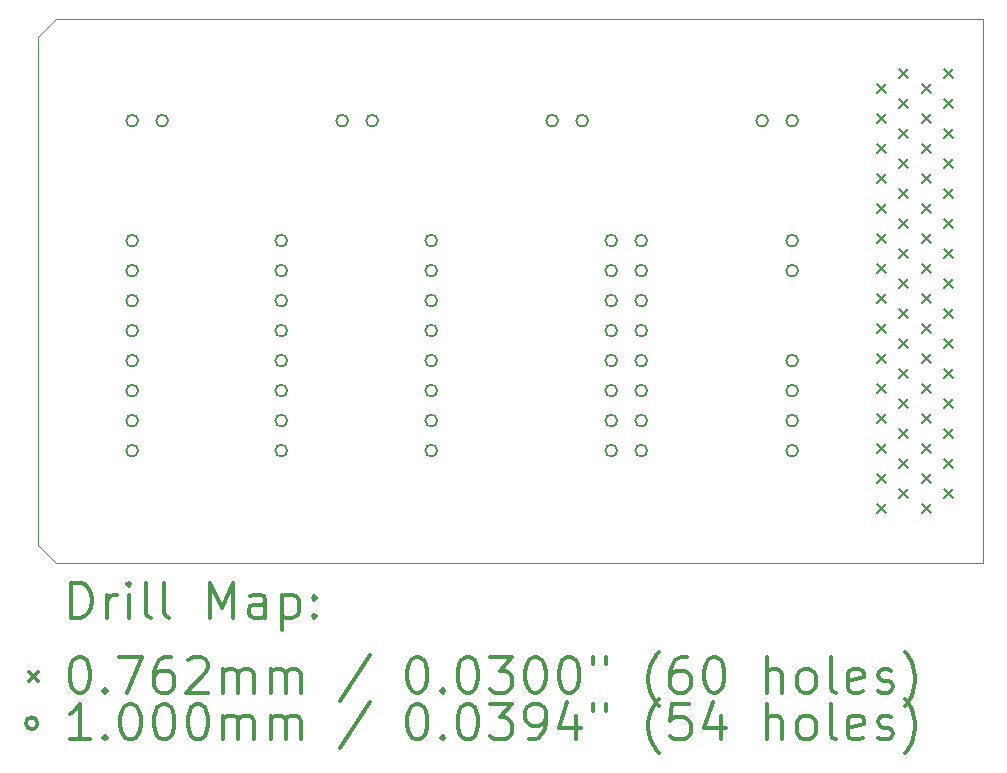
<source format=gbr>
%FSLAX45Y45*%
G04 Gerber Fmt 4.5, Leading zero omitted, Abs format (unit mm)*
G04 Created by KiCad (PCBNEW 5.1.10-88a1d61d58~88~ubuntu20.10.1) date 2021-05-13 17:52:19*
%MOMM*%
%LPD*%
G01*
G04 APERTURE LIST*
%TA.AperFunction,Profile*%
%ADD10C,0.100000*%
%TD*%
%ADD11C,0.200000*%
%ADD12C,0.300000*%
G04 APERTURE END LIST*
D10*
X6316000Y-8164000D02*
X6466000Y-8314000D01*
X6316000Y-3864000D02*
X6466000Y-3714000D01*
X14316000Y-8314000D02*
X6466000Y-8314000D01*
X14316000Y-3714000D02*
X14316000Y-8314000D01*
X6466000Y-3714000D02*
X14316000Y-3714000D01*
X6316000Y-8164000D02*
X6316000Y-3864000D01*
D11*
X13416400Y-4262900D02*
X13492600Y-4339100D01*
X13492600Y-4262900D02*
X13416400Y-4339100D01*
X13416400Y-4516900D02*
X13492600Y-4593100D01*
X13492600Y-4516900D02*
X13416400Y-4593100D01*
X13416400Y-4770900D02*
X13492600Y-4847100D01*
X13492600Y-4770900D02*
X13416400Y-4847100D01*
X13416400Y-5024900D02*
X13492600Y-5101100D01*
X13492600Y-5024900D02*
X13416400Y-5101100D01*
X13416400Y-5278900D02*
X13492600Y-5355100D01*
X13492600Y-5278900D02*
X13416400Y-5355100D01*
X13416400Y-5532900D02*
X13492600Y-5609100D01*
X13492600Y-5532900D02*
X13416400Y-5609100D01*
X13416400Y-5786900D02*
X13492600Y-5863100D01*
X13492600Y-5786900D02*
X13416400Y-5863100D01*
X13416400Y-6040900D02*
X13492600Y-6117100D01*
X13492600Y-6040900D02*
X13416400Y-6117100D01*
X13416400Y-6294900D02*
X13492600Y-6371100D01*
X13492600Y-6294900D02*
X13416400Y-6371100D01*
X13416400Y-6548900D02*
X13492600Y-6625100D01*
X13492600Y-6548900D02*
X13416400Y-6625100D01*
X13416400Y-6802900D02*
X13492600Y-6879100D01*
X13492600Y-6802900D02*
X13416400Y-6879100D01*
X13416400Y-7056900D02*
X13492600Y-7133100D01*
X13492600Y-7056900D02*
X13416400Y-7133100D01*
X13416400Y-7310900D02*
X13492600Y-7387100D01*
X13492600Y-7310900D02*
X13416400Y-7387100D01*
X13416400Y-7564900D02*
X13492600Y-7641100D01*
X13492600Y-7564900D02*
X13416400Y-7641100D01*
X13416400Y-7818900D02*
X13492600Y-7895100D01*
X13492600Y-7818900D02*
X13416400Y-7895100D01*
X13606900Y-4135900D02*
X13683100Y-4212100D01*
X13683100Y-4135900D02*
X13606900Y-4212100D01*
X13606900Y-4389900D02*
X13683100Y-4466100D01*
X13683100Y-4389900D02*
X13606900Y-4466100D01*
X13606900Y-4643900D02*
X13683100Y-4720100D01*
X13683100Y-4643900D02*
X13606900Y-4720100D01*
X13606900Y-4897900D02*
X13683100Y-4974100D01*
X13683100Y-4897900D02*
X13606900Y-4974100D01*
X13606900Y-5151900D02*
X13683100Y-5228100D01*
X13683100Y-5151900D02*
X13606900Y-5228100D01*
X13606900Y-5405900D02*
X13683100Y-5482100D01*
X13683100Y-5405900D02*
X13606900Y-5482100D01*
X13606900Y-5659900D02*
X13683100Y-5736100D01*
X13683100Y-5659900D02*
X13606900Y-5736100D01*
X13606900Y-5913900D02*
X13683100Y-5990100D01*
X13683100Y-5913900D02*
X13606900Y-5990100D01*
X13606900Y-6167900D02*
X13683100Y-6244100D01*
X13683100Y-6167900D02*
X13606900Y-6244100D01*
X13606900Y-6421900D02*
X13683100Y-6498100D01*
X13683100Y-6421900D02*
X13606900Y-6498100D01*
X13606900Y-6675900D02*
X13683100Y-6752100D01*
X13683100Y-6675900D02*
X13606900Y-6752100D01*
X13606900Y-6929900D02*
X13683100Y-7006100D01*
X13683100Y-6929900D02*
X13606900Y-7006100D01*
X13606900Y-7183900D02*
X13683100Y-7260100D01*
X13683100Y-7183900D02*
X13606900Y-7260100D01*
X13606900Y-7437900D02*
X13683100Y-7514100D01*
X13683100Y-7437900D02*
X13606900Y-7514100D01*
X13606900Y-7691900D02*
X13683100Y-7768100D01*
X13683100Y-7691900D02*
X13606900Y-7768100D01*
X13797400Y-4262900D02*
X13873600Y-4339100D01*
X13873600Y-4262900D02*
X13797400Y-4339100D01*
X13797400Y-4516900D02*
X13873600Y-4593100D01*
X13873600Y-4516900D02*
X13797400Y-4593100D01*
X13797400Y-4770900D02*
X13873600Y-4847100D01*
X13873600Y-4770900D02*
X13797400Y-4847100D01*
X13797400Y-5024900D02*
X13873600Y-5101100D01*
X13873600Y-5024900D02*
X13797400Y-5101100D01*
X13797400Y-5278900D02*
X13873600Y-5355100D01*
X13873600Y-5278900D02*
X13797400Y-5355100D01*
X13797400Y-5532900D02*
X13873600Y-5609100D01*
X13873600Y-5532900D02*
X13797400Y-5609100D01*
X13797400Y-5786900D02*
X13873600Y-5863100D01*
X13873600Y-5786900D02*
X13797400Y-5863100D01*
X13797400Y-6040900D02*
X13873600Y-6117100D01*
X13873600Y-6040900D02*
X13797400Y-6117100D01*
X13797400Y-6294900D02*
X13873600Y-6371100D01*
X13873600Y-6294900D02*
X13797400Y-6371100D01*
X13797400Y-6548900D02*
X13873600Y-6625100D01*
X13873600Y-6548900D02*
X13797400Y-6625100D01*
X13797400Y-6802900D02*
X13873600Y-6879100D01*
X13873600Y-6802900D02*
X13797400Y-6879100D01*
X13797400Y-7056900D02*
X13873600Y-7133100D01*
X13873600Y-7056900D02*
X13797400Y-7133100D01*
X13797400Y-7310900D02*
X13873600Y-7387100D01*
X13873600Y-7310900D02*
X13797400Y-7387100D01*
X13797400Y-7564900D02*
X13873600Y-7641100D01*
X13873600Y-7564900D02*
X13797400Y-7641100D01*
X13797400Y-7818900D02*
X13873600Y-7895100D01*
X13873600Y-7818900D02*
X13797400Y-7895100D01*
X13987900Y-4135900D02*
X14064100Y-4212100D01*
X14064100Y-4135900D02*
X13987900Y-4212100D01*
X13987900Y-4389900D02*
X14064100Y-4466100D01*
X14064100Y-4389900D02*
X13987900Y-4466100D01*
X13987900Y-4643900D02*
X14064100Y-4720100D01*
X14064100Y-4643900D02*
X13987900Y-4720100D01*
X13987900Y-4897900D02*
X14064100Y-4974100D01*
X14064100Y-4897900D02*
X13987900Y-4974100D01*
X13987900Y-5151900D02*
X14064100Y-5228100D01*
X14064100Y-5151900D02*
X13987900Y-5228100D01*
X13987900Y-5405900D02*
X14064100Y-5482100D01*
X14064100Y-5405900D02*
X13987900Y-5482100D01*
X13987900Y-5659900D02*
X14064100Y-5736100D01*
X14064100Y-5659900D02*
X13987900Y-5736100D01*
X13987900Y-5913900D02*
X14064100Y-5990100D01*
X14064100Y-5913900D02*
X13987900Y-5990100D01*
X13987900Y-6167900D02*
X14064100Y-6244100D01*
X14064100Y-6167900D02*
X13987900Y-6244100D01*
X13987900Y-6421900D02*
X14064100Y-6498100D01*
X14064100Y-6421900D02*
X13987900Y-6498100D01*
X13987900Y-6675900D02*
X14064100Y-6752100D01*
X14064100Y-6675900D02*
X13987900Y-6752100D01*
X13987900Y-6929900D02*
X14064100Y-7006100D01*
X14064100Y-6929900D02*
X13987900Y-7006100D01*
X13987900Y-7183900D02*
X14064100Y-7260100D01*
X14064100Y-7183900D02*
X13987900Y-7260100D01*
X13987900Y-7437900D02*
X14064100Y-7514100D01*
X14064100Y-7437900D02*
X13987900Y-7514100D01*
X13987900Y-7691900D02*
X14064100Y-7768100D01*
X14064100Y-7691900D02*
X13987900Y-7768100D01*
X7162000Y-4572000D02*
G75*
G03*
X7162000Y-4572000I-50000J0D01*
G01*
X7162000Y-5588000D02*
G75*
G03*
X7162000Y-5588000I-50000J0D01*
G01*
X7162000Y-5842000D02*
G75*
G03*
X7162000Y-5842000I-50000J0D01*
G01*
X7162000Y-6096000D02*
G75*
G03*
X7162000Y-6096000I-50000J0D01*
G01*
X7162000Y-6350000D02*
G75*
G03*
X7162000Y-6350000I-50000J0D01*
G01*
X7162000Y-6604000D02*
G75*
G03*
X7162000Y-6604000I-50000J0D01*
G01*
X7162000Y-6858000D02*
G75*
G03*
X7162000Y-6858000I-50000J0D01*
G01*
X7162000Y-7112000D02*
G75*
G03*
X7162000Y-7112000I-50000J0D01*
G01*
X7162000Y-7366000D02*
G75*
G03*
X7162000Y-7366000I-50000J0D01*
G01*
X7416000Y-4572000D02*
G75*
G03*
X7416000Y-4572000I-50000J0D01*
G01*
X8424000Y-5588000D02*
G75*
G03*
X8424000Y-5588000I-50000J0D01*
G01*
X8424000Y-5842000D02*
G75*
G03*
X8424000Y-5842000I-50000J0D01*
G01*
X8424000Y-6096000D02*
G75*
G03*
X8424000Y-6096000I-50000J0D01*
G01*
X8424000Y-6350000D02*
G75*
G03*
X8424000Y-6350000I-50000J0D01*
G01*
X8424000Y-6604000D02*
G75*
G03*
X8424000Y-6604000I-50000J0D01*
G01*
X8424000Y-6858000D02*
G75*
G03*
X8424000Y-6858000I-50000J0D01*
G01*
X8424000Y-7112000D02*
G75*
G03*
X8424000Y-7112000I-50000J0D01*
G01*
X8424000Y-7366000D02*
G75*
G03*
X8424000Y-7366000I-50000J0D01*
G01*
X8940000Y-4572000D02*
G75*
G03*
X8940000Y-4572000I-50000J0D01*
G01*
X9194000Y-4572000D02*
G75*
G03*
X9194000Y-4572000I-50000J0D01*
G01*
X9694000Y-5588000D02*
G75*
G03*
X9694000Y-5588000I-50000J0D01*
G01*
X9694000Y-5842000D02*
G75*
G03*
X9694000Y-5842000I-50000J0D01*
G01*
X9694000Y-6096000D02*
G75*
G03*
X9694000Y-6096000I-50000J0D01*
G01*
X9694000Y-6350000D02*
G75*
G03*
X9694000Y-6350000I-50000J0D01*
G01*
X9694000Y-6604000D02*
G75*
G03*
X9694000Y-6604000I-50000J0D01*
G01*
X9694000Y-6858000D02*
G75*
G03*
X9694000Y-6858000I-50000J0D01*
G01*
X9694000Y-7112000D02*
G75*
G03*
X9694000Y-7112000I-50000J0D01*
G01*
X9694000Y-7366000D02*
G75*
G03*
X9694000Y-7366000I-50000J0D01*
G01*
X10718000Y-4572000D02*
G75*
G03*
X10718000Y-4572000I-50000J0D01*
G01*
X10972000Y-4572000D02*
G75*
G03*
X10972000Y-4572000I-50000J0D01*
G01*
X11218000Y-5588000D02*
G75*
G03*
X11218000Y-5588000I-50000J0D01*
G01*
X11218000Y-5842000D02*
G75*
G03*
X11218000Y-5842000I-50000J0D01*
G01*
X11218000Y-6096000D02*
G75*
G03*
X11218000Y-6096000I-50000J0D01*
G01*
X11218000Y-6350000D02*
G75*
G03*
X11218000Y-6350000I-50000J0D01*
G01*
X11218000Y-6604000D02*
G75*
G03*
X11218000Y-6604000I-50000J0D01*
G01*
X11218000Y-6858000D02*
G75*
G03*
X11218000Y-6858000I-50000J0D01*
G01*
X11218000Y-7112000D02*
G75*
G03*
X11218000Y-7112000I-50000J0D01*
G01*
X11218000Y-7366000D02*
G75*
G03*
X11218000Y-7366000I-50000J0D01*
G01*
X11472000Y-5588000D02*
G75*
G03*
X11472000Y-5588000I-50000J0D01*
G01*
X11472000Y-5842000D02*
G75*
G03*
X11472000Y-5842000I-50000J0D01*
G01*
X11472000Y-6096000D02*
G75*
G03*
X11472000Y-6096000I-50000J0D01*
G01*
X11472000Y-6350000D02*
G75*
G03*
X11472000Y-6350000I-50000J0D01*
G01*
X11472000Y-6604000D02*
G75*
G03*
X11472000Y-6604000I-50000J0D01*
G01*
X11472000Y-6858000D02*
G75*
G03*
X11472000Y-6858000I-50000J0D01*
G01*
X11472000Y-7112000D02*
G75*
G03*
X11472000Y-7112000I-50000J0D01*
G01*
X11472000Y-7366000D02*
G75*
G03*
X11472000Y-7366000I-50000J0D01*
G01*
X12496000Y-4572000D02*
G75*
G03*
X12496000Y-4572000I-50000J0D01*
G01*
X12750000Y-4572000D02*
G75*
G03*
X12750000Y-4572000I-50000J0D01*
G01*
X12750000Y-5588000D02*
G75*
G03*
X12750000Y-5588000I-50000J0D01*
G01*
X12750000Y-5842000D02*
G75*
G03*
X12750000Y-5842000I-50000J0D01*
G01*
X12750000Y-6604000D02*
G75*
G03*
X12750000Y-6604000I-50000J0D01*
G01*
X12750000Y-6858000D02*
G75*
G03*
X12750000Y-6858000I-50000J0D01*
G01*
X12750000Y-7112000D02*
G75*
G03*
X12750000Y-7112000I-50000J0D01*
G01*
X12750000Y-7366000D02*
G75*
G03*
X12750000Y-7366000I-50000J0D01*
G01*
D12*
X6597428Y-8784714D02*
X6597428Y-8484714D01*
X6668857Y-8484714D01*
X6711714Y-8499000D01*
X6740286Y-8527572D01*
X6754571Y-8556143D01*
X6768857Y-8613286D01*
X6768857Y-8656143D01*
X6754571Y-8713286D01*
X6740286Y-8741857D01*
X6711714Y-8770429D01*
X6668857Y-8784714D01*
X6597428Y-8784714D01*
X6897428Y-8784714D02*
X6897428Y-8584714D01*
X6897428Y-8641857D02*
X6911714Y-8613286D01*
X6926000Y-8599000D01*
X6954571Y-8584714D01*
X6983143Y-8584714D01*
X7083143Y-8784714D02*
X7083143Y-8584714D01*
X7083143Y-8484714D02*
X7068857Y-8499000D01*
X7083143Y-8513286D01*
X7097428Y-8499000D01*
X7083143Y-8484714D01*
X7083143Y-8513286D01*
X7268857Y-8784714D02*
X7240286Y-8770429D01*
X7226000Y-8741857D01*
X7226000Y-8484714D01*
X7426000Y-8784714D02*
X7397428Y-8770429D01*
X7383143Y-8741857D01*
X7383143Y-8484714D01*
X7768857Y-8784714D02*
X7768857Y-8484714D01*
X7868857Y-8699000D01*
X7968857Y-8484714D01*
X7968857Y-8784714D01*
X8240286Y-8784714D02*
X8240286Y-8627572D01*
X8226000Y-8599000D01*
X8197428Y-8584714D01*
X8140286Y-8584714D01*
X8111714Y-8599000D01*
X8240286Y-8770429D02*
X8211714Y-8784714D01*
X8140286Y-8784714D01*
X8111714Y-8770429D01*
X8097428Y-8741857D01*
X8097428Y-8713286D01*
X8111714Y-8684714D01*
X8140286Y-8670429D01*
X8211714Y-8670429D01*
X8240286Y-8656143D01*
X8383143Y-8584714D02*
X8383143Y-8884714D01*
X8383143Y-8599000D02*
X8411714Y-8584714D01*
X8468857Y-8584714D01*
X8497428Y-8599000D01*
X8511714Y-8613286D01*
X8526000Y-8641857D01*
X8526000Y-8727572D01*
X8511714Y-8756143D01*
X8497428Y-8770429D01*
X8468857Y-8784714D01*
X8411714Y-8784714D01*
X8383143Y-8770429D01*
X8654571Y-8756143D02*
X8668857Y-8770429D01*
X8654571Y-8784714D01*
X8640286Y-8770429D01*
X8654571Y-8756143D01*
X8654571Y-8784714D01*
X8654571Y-8599000D02*
X8668857Y-8613286D01*
X8654571Y-8627572D01*
X8640286Y-8613286D01*
X8654571Y-8599000D01*
X8654571Y-8627572D01*
X6234800Y-9240900D02*
X6311000Y-9317100D01*
X6311000Y-9240900D02*
X6234800Y-9317100D01*
X6654571Y-9114714D02*
X6683143Y-9114714D01*
X6711714Y-9129000D01*
X6726000Y-9143286D01*
X6740286Y-9171857D01*
X6754571Y-9229000D01*
X6754571Y-9300429D01*
X6740286Y-9357572D01*
X6726000Y-9386143D01*
X6711714Y-9400429D01*
X6683143Y-9414714D01*
X6654571Y-9414714D01*
X6626000Y-9400429D01*
X6611714Y-9386143D01*
X6597428Y-9357572D01*
X6583143Y-9300429D01*
X6583143Y-9229000D01*
X6597428Y-9171857D01*
X6611714Y-9143286D01*
X6626000Y-9129000D01*
X6654571Y-9114714D01*
X6883143Y-9386143D02*
X6897428Y-9400429D01*
X6883143Y-9414714D01*
X6868857Y-9400429D01*
X6883143Y-9386143D01*
X6883143Y-9414714D01*
X6997428Y-9114714D02*
X7197428Y-9114714D01*
X7068857Y-9414714D01*
X7440286Y-9114714D02*
X7383143Y-9114714D01*
X7354571Y-9129000D01*
X7340286Y-9143286D01*
X7311714Y-9186143D01*
X7297428Y-9243286D01*
X7297428Y-9357572D01*
X7311714Y-9386143D01*
X7326000Y-9400429D01*
X7354571Y-9414714D01*
X7411714Y-9414714D01*
X7440286Y-9400429D01*
X7454571Y-9386143D01*
X7468857Y-9357572D01*
X7468857Y-9286143D01*
X7454571Y-9257572D01*
X7440286Y-9243286D01*
X7411714Y-9229000D01*
X7354571Y-9229000D01*
X7326000Y-9243286D01*
X7311714Y-9257572D01*
X7297428Y-9286143D01*
X7583143Y-9143286D02*
X7597428Y-9129000D01*
X7626000Y-9114714D01*
X7697428Y-9114714D01*
X7726000Y-9129000D01*
X7740286Y-9143286D01*
X7754571Y-9171857D01*
X7754571Y-9200429D01*
X7740286Y-9243286D01*
X7568857Y-9414714D01*
X7754571Y-9414714D01*
X7883143Y-9414714D02*
X7883143Y-9214714D01*
X7883143Y-9243286D02*
X7897428Y-9229000D01*
X7926000Y-9214714D01*
X7968857Y-9214714D01*
X7997428Y-9229000D01*
X8011714Y-9257572D01*
X8011714Y-9414714D01*
X8011714Y-9257572D02*
X8026000Y-9229000D01*
X8054571Y-9214714D01*
X8097428Y-9214714D01*
X8126000Y-9229000D01*
X8140286Y-9257572D01*
X8140286Y-9414714D01*
X8283143Y-9414714D02*
X8283143Y-9214714D01*
X8283143Y-9243286D02*
X8297428Y-9229000D01*
X8326000Y-9214714D01*
X8368857Y-9214714D01*
X8397428Y-9229000D01*
X8411714Y-9257572D01*
X8411714Y-9414714D01*
X8411714Y-9257572D02*
X8426000Y-9229000D01*
X8454571Y-9214714D01*
X8497428Y-9214714D01*
X8526000Y-9229000D01*
X8540286Y-9257572D01*
X8540286Y-9414714D01*
X9126000Y-9100429D02*
X8868857Y-9486143D01*
X9511714Y-9114714D02*
X9540286Y-9114714D01*
X9568857Y-9129000D01*
X9583143Y-9143286D01*
X9597428Y-9171857D01*
X9611714Y-9229000D01*
X9611714Y-9300429D01*
X9597428Y-9357572D01*
X9583143Y-9386143D01*
X9568857Y-9400429D01*
X9540286Y-9414714D01*
X9511714Y-9414714D01*
X9483143Y-9400429D01*
X9468857Y-9386143D01*
X9454571Y-9357572D01*
X9440286Y-9300429D01*
X9440286Y-9229000D01*
X9454571Y-9171857D01*
X9468857Y-9143286D01*
X9483143Y-9129000D01*
X9511714Y-9114714D01*
X9740286Y-9386143D02*
X9754571Y-9400429D01*
X9740286Y-9414714D01*
X9726000Y-9400429D01*
X9740286Y-9386143D01*
X9740286Y-9414714D01*
X9940286Y-9114714D02*
X9968857Y-9114714D01*
X9997428Y-9129000D01*
X10011714Y-9143286D01*
X10026000Y-9171857D01*
X10040286Y-9229000D01*
X10040286Y-9300429D01*
X10026000Y-9357572D01*
X10011714Y-9386143D01*
X9997428Y-9400429D01*
X9968857Y-9414714D01*
X9940286Y-9414714D01*
X9911714Y-9400429D01*
X9897428Y-9386143D01*
X9883143Y-9357572D01*
X9868857Y-9300429D01*
X9868857Y-9229000D01*
X9883143Y-9171857D01*
X9897428Y-9143286D01*
X9911714Y-9129000D01*
X9940286Y-9114714D01*
X10140286Y-9114714D02*
X10326000Y-9114714D01*
X10226000Y-9229000D01*
X10268857Y-9229000D01*
X10297428Y-9243286D01*
X10311714Y-9257572D01*
X10326000Y-9286143D01*
X10326000Y-9357572D01*
X10311714Y-9386143D01*
X10297428Y-9400429D01*
X10268857Y-9414714D01*
X10183143Y-9414714D01*
X10154571Y-9400429D01*
X10140286Y-9386143D01*
X10511714Y-9114714D02*
X10540286Y-9114714D01*
X10568857Y-9129000D01*
X10583143Y-9143286D01*
X10597428Y-9171857D01*
X10611714Y-9229000D01*
X10611714Y-9300429D01*
X10597428Y-9357572D01*
X10583143Y-9386143D01*
X10568857Y-9400429D01*
X10540286Y-9414714D01*
X10511714Y-9414714D01*
X10483143Y-9400429D01*
X10468857Y-9386143D01*
X10454571Y-9357572D01*
X10440286Y-9300429D01*
X10440286Y-9229000D01*
X10454571Y-9171857D01*
X10468857Y-9143286D01*
X10483143Y-9129000D01*
X10511714Y-9114714D01*
X10797428Y-9114714D02*
X10826000Y-9114714D01*
X10854571Y-9129000D01*
X10868857Y-9143286D01*
X10883143Y-9171857D01*
X10897428Y-9229000D01*
X10897428Y-9300429D01*
X10883143Y-9357572D01*
X10868857Y-9386143D01*
X10854571Y-9400429D01*
X10826000Y-9414714D01*
X10797428Y-9414714D01*
X10768857Y-9400429D01*
X10754571Y-9386143D01*
X10740286Y-9357572D01*
X10726000Y-9300429D01*
X10726000Y-9229000D01*
X10740286Y-9171857D01*
X10754571Y-9143286D01*
X10768857Y-9129000D01*
X10797428Y-9114714D01*
X11011714Y-9114714D02*
X11011714Y-9171857D01*
X11126000Y-9114714D02*
X11126000Y-9171857D01*
X11568857Y-9529000D02*
X11554571Y-9514714D01*
X11526000Y-9471857D01*
X11511714Y-9443286D01*
X11497428Y-9400429D01*
X11483143Y-9329000D01*
X11483143Y-9271857D01*
X11497428Y-9200429D01*
X11511714Y-9157572D01*
X11526000Y-9129000D01*
X11554571Y-9086143D01*
X11568857Y-9071857D01*
X11811714Y-9114714D02*
X11754571Y-9114714D01*
X11726000Y-9129000D01*
X11711714Y-9143286D01*
X11683143Y-9186143D01*
X11668857Y-9243286D01*
X11668857Y-9357572D01*
X11683143Y-9386143D01*
X11697428Y-9400429D01*
X11726000Y-9414714D01*
X11783143Y-9414714D01*
X11811714Y-9400429D01*
X11826000Y-9386143D01*
X11840286Y-9357572D01*
X11840286Y-9286143D01*
X11826000Y-9257572D01*
X11811714Y-9243286D01*
X11783143Y-9229000D01*
X11726000Y-9229000D01*
X11697428Y-9243286D01*
X11683143Y-9257572D01*
X11668857Y-9286143D01*
X12026000Y-9114714D02*
X12054571Y-9114714D01*
X12083143Y-9129000D01*
X12097428Y-9143286D01*
X12111714Y-9171857D01*
X12126000Y-9229000D01*
X12126000Y-9300429D01*
X12111714Y-9357572D01*
X12097428Y-9386143D01*
X12083143Y-9400429D01*
X12054571Y-9414714D01*
X12026000Y-9414714D01*
X11997428Y-9400429D01*
X11983143Y-9386143D01*
X11968857Y-9357572D01*
X11954571Y-9300429D01*
X11954571Y-9229000D01*
X11968857Y-9171857D01*
X11983143Y-9143286D01*
X11997428Y-9129000D01*
X12026000Y-9114714D01*
X12483143Y-9414714D02*
X12483143Y-9114714D01*
X12611714Y-9414714D02*
X12611714Y-9257572D01*
X12597428Y-9229000D01*
X12568857Y-9214714D01*
X12526000Y-9214714D01*
X12497428Y-9229000D01*
X12483143Y-9243286D01*
X12797428Y-9414714D02*
X12768857Y-9400429D01*
X12754571Y-9386143D01*
X12740286Y-9357572D01*
X12740286Y-9271857D01*
X12754571Y-9243286D01*
X12768857Y-9229000D01*
X12797428Y-9214714D01*
X12840286Y-9214714D01*
X12868857Y-9229000D01*
X12883143Y-9243286D01*
X12897428Y-9271857D01*
X12897428Y-9357572D01*
X12883143Y-9386143D01*
X12868857Y-9400429D01*
X12840286Y-9414714D01*
X12797428Y-9414714D01*
X13068857Y-9414714D02*
X13040286Y-9400429D01*
X13026000Y-9371857D01*
X13026000Y-9114714D01*
X13297428Y-9400429D02*
X13268857Y-9414714D01*
X13211714Y-9414714D01*
X13183143Y-9400429D01*
X13168857Y-9371857D01*
X13168857Y-9257572D01*
X13183143Y-9229000D01*
X13211714Y-9214714D01*
X13268857Y-9214714D01*
X13297428Y-9229000D01*
X13311714Y-9257572D01*
X13311714Y-9286143D01*
X13168857Y-9314714D01*
X13426000Y-9400429D02*
X13454571Y-9414714D01*
X13511714Y-9414714D01*
X13540286Y-9400429D01*
X13554571Y-9371857D01*
X13554571Y-9357572D01*
X13540286Y-9329000D01*
X13511714Y-9314714D01*
X13468857Y-9314714D01*
X13440286Y-9300429D01*
X13426000Y-9271857D01*
X13426000Y-9257572D01*
X13440286Y-9229000D01*
X13468857Y-9214714D01*
X13511714Y-9214714D01*
X13540286Y-9229000D01*
X13654571Y-9529000D02*
X13668857Y-9514714D01*
X13697428Y-9471857D01*
X13711714Y-9443286D01*
X13726000Y-9400429D01*
X13740286Y-9329000D01*
X13740286Y-9271857D01*
X13726000Y-9200429D01*
X13711714Y-9157572D01*
X13697428Y-9129000D01*
X13668857Y-9086143D01*
X13654571Y-9071857D01*
X6311000Y-9675000D02*
G75*
G03*
X6311000Y-9675000I-50000J0D01*
G01*
X6754571Y-9810714D02*
X6583143Y-9810714D01*
X6668857Y-9810714D02*
X6668857Y-9510714D01*
X6640286Y-9553572D01*
X6611714Y-9582143D01*
X6583143Y-9596429D01*
X6883143Y-9782143D02*
X6897428Y-9796429D01*
X6883143Y-9810714D01*
X6868857Y-9796429D01*
X6883143Y-9782143D01*
X6883143Y-9810714D01*
X7083143Y-9510714D02*
X7111714Y-9510714D01*
X7140286Y-9525000D01*
X7154571Y-9539286D01*
X7168857Y-9567857D01*
X7183143Y-9625000D01*
X7183143Y-9696429D01*
X7168857Y-9753572D01*
X7154571Y-9782143D01*
X7140286Y-9796429D01*
X7111714Y-9810714D01*
X7083143Y-9810714D01*
X7054571Y-9796429D01*
X7040286Y-9782143D01*
X7026000Y-9753572D01*
X7011714Y-9696429D01*
X7011714Y-9625000D01*
X7026000Y-9567857D01*
X7040286Y-9539286D01*
X7054571Y-9525000D01*
X7083143Y-9510714D01*
X7368857Y-9510714D02*
X7397428Y-9510714D01*
X7426000Y-9525000D01*
X7440286Y-9539286D01*
X7454571Y-9567857D01*
X7468857Y-9625000D01*
X7468857Y-9696429D01*
X7454571Y-9753572D01*
X7440286Y-9782143D01*
X7426000Y-9796429D01*
X7397428Y-9810714D01*
X7368857Y-9810714D01*
X7340286Y-9796429D01*
X7326000Y-9782143D01*
X7311714Y-9753572D01*
X7297428Y-9696429D01*
X7297428Y-9625000D01*
X7311714Y-9567857D01*
X7326000Y-9539286D01*
X7340286Y-9525000D01*
X7368857Y-9510714D01*
X7654571Y-9510714D02*
X7683143Y-9510714D01*
X7711714Y-9525000D01*
X7726000Y-9539286D01*
X7740286Y-9567857D01*
X7754571Y-9625000D01*
X7754571Y-9696429D01*
X7740286Y-9753572D01*
X7726000Y-9782143D01*
X7711714Y-9796429D01*
X7683143Y-9810714D01*
X7654571Y-9810714D01*
X7626000Y-9796429D01*
X7611714Y-9782143D01*
X7597428Y-9753572D01*
X7583143Y-9696429D01*
X7583143Y-9625000D01*
X7597428Y-9567857D01*
X7611714Y-9539286D01*
X7626000Y-9525000D01*
X7654571Y-9510714D01*
X7883143Y-9810714D02*
X7883143Y-9610714D01*
X7883143Y-9639286D02*
X7897428Y-9625000D01*
X7926000Y-9610714D01*
X7968857Y-9610714D01*
X7997428Y-9625000D01*
X8011714Y-9653572D01*
X8011714Y-9810714D01*
X8011714Y-9653572D02*
X8026000Y-9625000D01*
X8054571Y-9610714D01*
X8097428Y-9610714D01*
X8126000Y-9625000D01*
X8140286Y-9653572D01*
X8140286Y-9810714D01*
X8283143Y-9810714D02*
X8283143Y-9610714D01*
X8283143Y-9639286D02*
X8297428Y-9625000D01*
X8326000Y-9610714D01*
X8368857Y-9610714D01*
X8397428Y-9625000D01*
X8411714Y-9653572D01*
X8411714Y-9810714D01*
X8411714Y-9653572D02*
X8426000Y-9625000D01*
X8454571Y-9610714D01*
X8497428Y-9610714D01*
X8526000Y-9625000D01*
X8540286Y-9653572D01*
X8540286Y-9810714D01*
X9126000Y-9496429D02*
X8868857Y-9882143D01*
X9511714Y-9510714D02*
X9540286Y-9510714D01*
X9568857Y-9525000D01*
X9583143Y-9539286D01*
X9597428Y-9567857D01*
X9611714Y-9625000D01*
X9611714Y-9696429D01*
X9597428Y-9753572D01*
X9583143Y-9782143D01*
X9568857Y-9796429D01*
X9540286Y-9810714D01*
X9511714Y-9810714D01*
X9483143Y-9796429D01*
X9468857Y-9782143D01*
X9454571Y-9753572D01*
X9440286Y-9696429D01*
X9440286Y-9625000D01*
X9454571Y-9567857D01*
X9468857Y-9539286D01*
X9483143Y-9525000D01*
X9511714Y-9510714D01*
X9740286Y-9782143D02*
X9754571Y-9796429D01*
X9740286Y-9810714D01*
X9726000Y-9796429D01*
X9740286Y-9782143D01*
X9740286Y-9810714D01*
X9940286Y-9510714D02*
X9968857Y-9510714D01*
X9997428Y-9525000D01*
X10011714Y-9539286D01*
X10026000Y-9567857D01*
X10040286Y-9625000D01*
X10040286Y-9696429D01*
X10026000Y-9753572D01*
X10011714Y-9782143D01*
X9997428Y-9796429D01*
X9968857Y-9810714D01*
X9940286Y-9810714D01*
X9911714Y-9796429D01*
X9897428Y-9782143D01*
X9883143Y-9753572D01*
X9868857Y-9696429D01*
X9868857Y-9625000D01*
X9883143Y-9567857D01*
X9897428Y-9539286D01*
X9911714Y-9525000D01*
X9940286Y-9510714D01*
X10140286Y-9510714D02*
X10326000Y-9510714D01*
X10226000Y-9625000D01*
X10268857Y-9625000D01*
X10297428Y-9639286D01*
X10311714Y-9653572D01*
X10326000Y-9682143D01*
X10326000Y-9753572D01*
X10311714Y-9782143D01*
X10297428Y-9796429D01*
X10268857Y-9810714D01*
X10183143Y-9810714D01*
X10154571Y-9796429D01*
X10140286Y-9782143D01*
X10468857Y-9810714D02*
X10526000Y-9810714D01*
X10554571Y-9796429D01*
X10568857Y-9782143D01*
X10597428Y-9739286D01*
X10611714Y-9682143D01*
X10611714Y-9567857D01*
X10597428Y-9539286D01*
X10583143Y-9525000D01*
X10554571Y-9510714D01*
X10497428Y-9510714D01*
X10468857Y-9525000D01*
X10454571Y-9539286D01*
X10440286Y-9567857D01*
X10440286Y-9639286D01*
X10454571Y-9667857D01*
X10468857Y-9682143D01*
X10497428Y-9696429D01*
X10554571Y-9696429D01*
X10583143Y-9682143D01*
X10597428Y-9667857D01*
X10611714Y-9639286D01*
X10868857Y-9610714D02*
X10868857Y-9810714D01*
X10797428Y-9496429D02*
X10726000Y-9710714D01*
X10911714Y-9710714D01*
X11011714Y-9510714D02*
X11011714Y-9567857D01*
X11126000Y-9510714D02*
X11126000Y-9567857D01*
X11568857Y-9925000D02*
X11554571Y-9910714D01*
X11526000Y-9867857D01*
X11511714Y-9839286D01*
X11497428Y-9796429D01*
X11483143Y-9725000D01*
X11483143Y-9667857D01*
X11497428Y-9596429D01*
X11511714Y-9553572D01*
X11526000Y-9525000D01*
X11554571Y-9482143D01*
X11568857Y-9467857D01*
X11826000Y-9510714D02*
X11683143Y-9510714D01*
X11668857Y-9653572D01*
X11683143Y-9639286D01*
X11711714Y-9625000D01*
X11783143Y-9625000D01*
X11811714Y-9639286D01*
X11826000Y-9653572D01*
X11840286Y-9682143D01*
X11840286Y-9753572D01*
X11826000Y-9782143D01*
X11811714Y-9796429D01*
X11783143Y-9810714D01*
X11711714Y-9810714D01*
X11683143Y-9796429D01*
X11668857Y-9782143D01*
X12097428Y-9610714D02*
X12097428Y-9810714D01*
X12026000Y-9496429D02*
X11954571Y-9710714D01*
X12140286Y-9710714D01*
X12483143Y-9810714D02*
X12483143Y-9510714D01*
X12611714Y-9810714D02*
X12611714Y-9653572D01*
X12597428Y-9625000D01*
X12568857Y-9610714D01*
X12526000Y-9610714D01*
X12497428Y-9625000D01*
X12483143Y-9639286D01*
X12797428Y-9810714D02*
X12768857Y-9796429D01*
X12754571Y-9782143D01*
X12740286Y-9753572D01*
X12740286Y-9667857D01*
X12754571Y-9639286D01*
X12768857Y-9625000D01*
X12797428Y-9610714D01*
X12840286Y-9610714D01*
X12868857Y-9625000D01*
X12883143Y-9639286D01*
X12897428Y-9667857D01*
X12897428Y-9753572D01*
X12883143Y-9782143D01*
X12868857Y-9796429D01*
X12840286Y-9810714D01*
X12797428Y-9810714D01*
X13068857Y-9810714D02*
X13040286Y-9796429D01*
X13026000Y-9767857D01*
X13026000Y-9510714D01*
X13297428Y-9796429D02*
X13268857Y-9810714D01*
X13211714Y-9810714D01*
X13183143Y-9796429D01*
X13168857Y-9767857D01*
X13168857Y-9653572D01*
X13183143Y-9625000D01*
X13211714Y-9610714D01*
X13268857Y-9610714D01*
X13297428Y-9625000D01*
X13311714Y-9653572D01*
X13311714Y-9682143D01*
X13168857Y-9710714D01*
X13426000Y-9796429D02*
X13454571Y-9810714D01*
X13511714Y-9810714D01*
X13540286Y-9796429D01*
X13554571Y-9767857D01*
X13554571Y-9753572D01*
X13540286Y-9725000D01*
X13511714Y-9710714D01*
X13468857Y-9710714D01*
X13440286Y-9696429D01*
X13426000Y-9667857D01*
X13426000Y-9653572D01*
X13440286Y-9625000D01*
X13468857Y-9610714D01*
X13511714Y-9610714D01*
X13540286Y-9625000D01*
X13654571Y-9925000D02*
X13668857Y-9910714D01*
X13697428Y-9867857D01*
X13711714Y-9839286D01*
X13726000Y-9796429D01*
X13740286Y-9725000D01*
X13740286Y-9667857D01*
X13726000Y-9596429D01*
X13711714Y-9553572D01*
X13697428Y-9525000D01*
X13668857Y-9482143D01*
X13654571Y-9467857D01*
M02*

</source>
